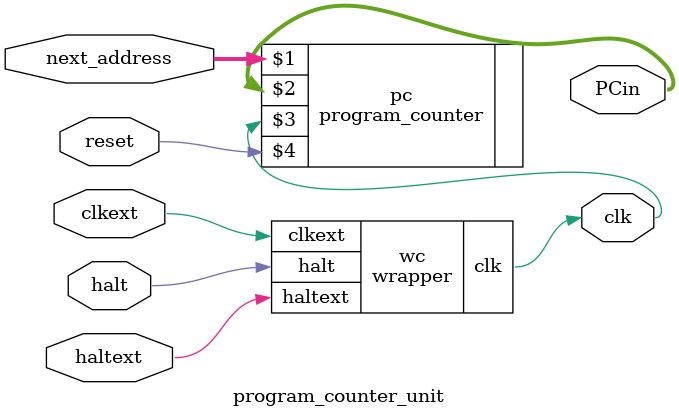
<source format=v>
`timescale 1ns / 1ps

// Not complete, need external and internal halt signal and clock wrapper
module wrapper(clkext, clk, haltext, halt);
    input wire clkext, haltext, halt;
    output wire clk;
    wire haltf;
    or o1(haltf, halt, haltext);
    MUX_2X1 mx1(clkext,1'b0,clk,haltf);
endmodule

module program_counter_unit(
    input wire[31:0] next_address,
    input wire clkext, reset, haltext, halt,
    output wire[31:0] PCin,
    output wire clk
);
    wrapper wc(clkext, clk, haltext, halt);
    program_counter pc(next_address, PCin, clk, reset);

endmodule
</source>
